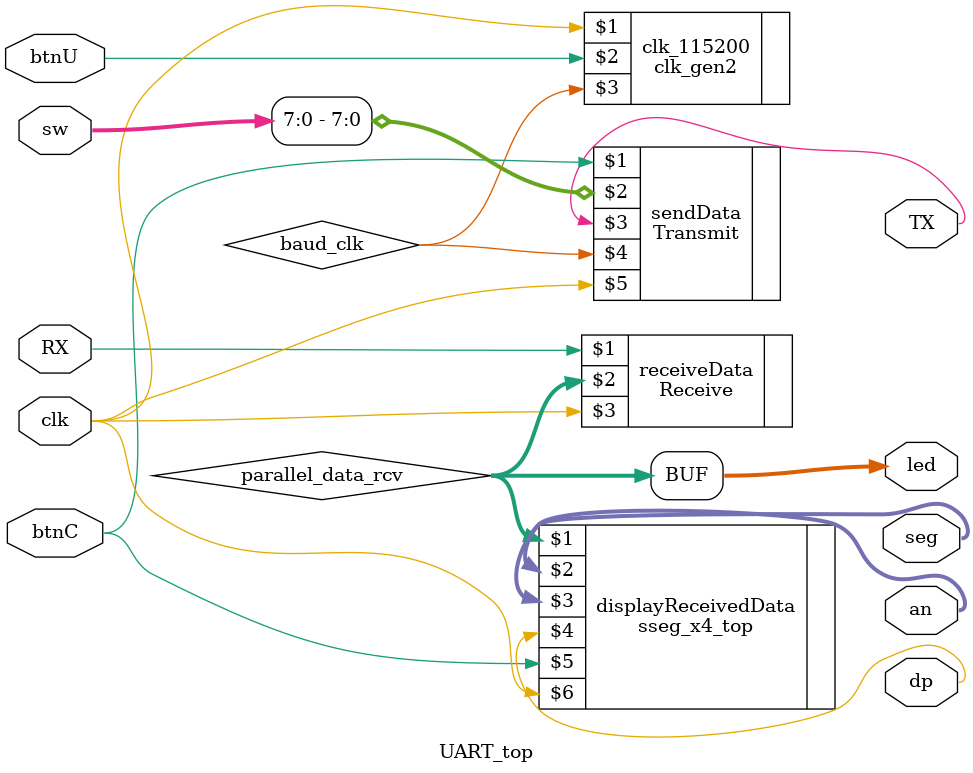
<source format=v>
`timescale 1ns / 1ps


module UART_top(
    input clk,
    input btnC,
    input btnU,
    output [6:0] seg,
    output dp,
    output [3:0] an,
    input [15:0] sw,
    output TX, // JA[4]
    input RX,  // JA[3]
    output [7:0] led
    );
    wire baud_clk;
    wire [7:0]parallel_data_rcv;
    assign led = parallel_data_rcv;
    
    clk_gen2 clk_115200(clk, btnU, baud_clk);
    Transmit sendData(btnC, sw[7:0], TX, baud_clk, clk);
    Receive receiveData(RX, parallel_data_rcv, clk);

    sseg_x4_top displayReceivedData(parallel_data_rcv, seg, an, dp, btnC, clk);
    
endmodule

</source>
